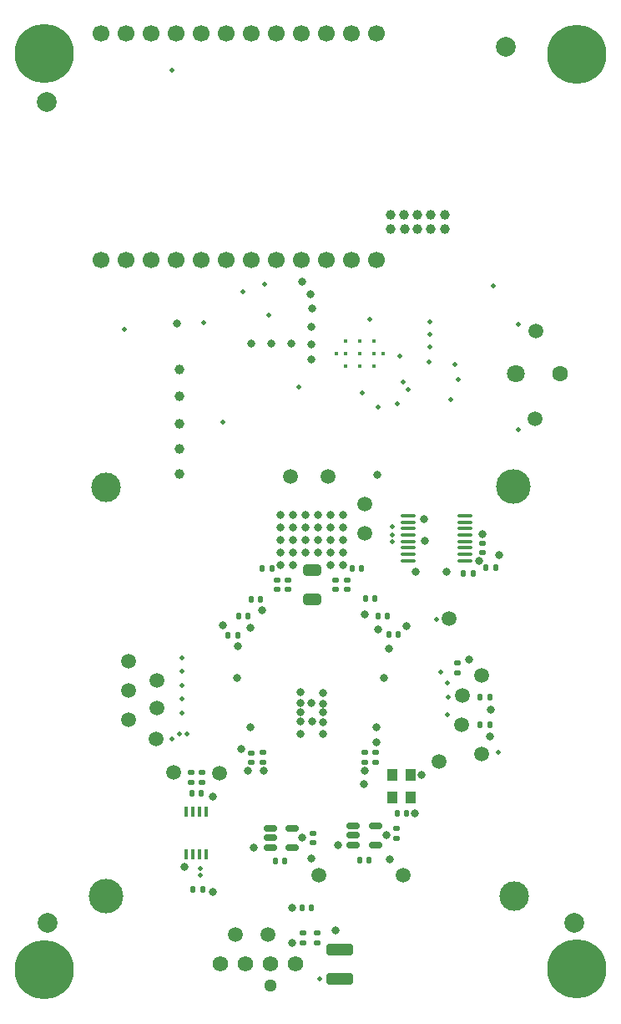
<source format=gts>
G04 #@! TF.GenerationSoftware,KiCad,Pcbnew,8.0.4*
G04 #@! TF.CreationDate,2024-12-27T03:35:07+01:00*
G04 #@! TF.ProjectId,nerdaxe-gamma,6e657264-6178-4652-9d67-616d6d612e6b,rev?*
G04 #@! TF.SameCoordinates,Original*
G04 #@! TF.FileFunction,Soldermask,Top*
G04 #@! TF.FilePolarity,Negative*
%FSLAX46Y46*%
G04 Gerber Fmt 4.6, Leading zero omitted, Abs format (unit mm)*
G04 Created by KiCad (PCBNEW 8.0.4) date 2024-12-27 03:35:07*
%MOMM*%
%LPD*%
G01*
G04 APERTURE LIST*
G04 Aperture macros list*
%AMRoundRect*
0 Rectangle with rounded corners*
0 $1 Rounding radius*
0 $2 $3 $4 $5 $6 $7 $8 $9 X,Y pos of 4 corners*
0 Add a 4 corners polygon primitive as box body*
4,1,4,$2,$3,$4,$5,$6,$7,$8,$9,$2,$3,0*
0 Add four circle primitives for the rounded corners*
1,1,$1+$1,$2,$3*
1,1,$1+$1,$4,$5*
1,1,$1+$1,$6,$7*
1,1,$1+$1,$8,$9*
0 Add four rect primitives between the rounded corners*
20,1,$1+$1,$2,$3,$4,$5,0*
20,1,$1+$1,$4,$5,$6,$7,0*
20,1,$1+$1,$6,$7,$8,$9,0*
20,1,$1+$1,$8,$9,$2,$3,0*%
G04 Aperture macros list end*
%ADD10C,1.500000*%
%ADD11C,1.700000*%
%ADD12RoundRect,0.135000X0.135000X0.185000X-0.135000X0.185000X-0.135000X-0.185000X0.135000X-0.185000X0*%
%ADD13RoundRect,0.250000X-1.100000X0.325000X-1.100000X-0.325000X1.100000X-0.325000X1.100000X0.325000X0*%
%ADD14C,2.000000*%
%ADD15RoundRect,0.140000X0.140000X0.170000X-0.140000X0.170000X-0.140000X-0.170000X0.140000X-0.170000X0*%
%ADD16RoundRect,0.140000X0.170000X-0.140000X0.170000X0.140000X-0.170000X0.140000X-0.170000X-0.140000X0*%
%ADD17RoundRect,0.140000X-0.170000X0.140000X-0.170000X-0.140000X0.170000X-0.140000X0.170000X0.140000X0*%
%ADD18RoundRect,0.135000X-0.185000X0.135000X-0.185000X-0.135000X0.185000X-0.135000X0.185000X0.135000X0*%
%ADD19C,3.000000*%
%ADD20RoundRect,0.150000X-0.512500X-0.150000X0.512500X-0.150000X0.512500X0.150000X-0.512500X0.150000X0*%
%ADD21R,1.100000X1.300000*%
%ADD22RoundRect,0.140000X-0.140000X-0.170000X0.140000X-0.170000X0.140000X0.170000X-0.140000X0.170000X0*%
%ADD23C,0.800000*%
%ADD24C,6.000000*%
%ADD25RoundRect,0.250000X-0.650000X0.325000X-0.650000X-0.325000X0.650000X-0.325000X0.650000X0.325000X0*%
%ADD26RoundRect,0.135000X0.185000X-0.135000X0.185000X0.135000X-0.185000X0.135000X-0.185000X-0.135000X0*%
%ADD27R,0.400000X1.100000*%
%ADD28C,3.500000*%
%ADD29RoundRect,0.100000X-0.637500X-0.100000X0.637500X-0.100000X0.637500X0.100000X-0.637500X0.100000X0*%
%ADD30RoundRect,0.135000X-0.135000X-0.185000X0.135000X-0.185000X0.135000X0.185000X-0.135000X0.185000X0*%
%ADD31C,0.400000*%
%ADD32C,1.295400*%
%ADD33C,1.574800*%
%ADD34C,1.800000*%
%ADD35C,1.600000*%
%ADD36C,0.500000*%
%ADD37C,1.000000*%
G04 APERTURE END LIST*
D10*
X128270000Y-88011000D03*
X128397000Y-79121000D03*
D11*
X84250000Y-49022000D03*
X86790000Y-49022000D03*
X89330000Y-49022000D03*
X91870000Y-49022000D03*
X94410000Y-49022000D03*
X96950000Y-49022000D03*
X99490000Y-49022000D03*
X102030000Y-49022000D03*
X104570000Y-49022000D03*
X107110000Y-49022000D03*
X109650000Y-49022000D03*
X112190000Y-49022000D03*
X112190000Y-71942000D03*
X109650000Y-71942000D03*
X107110000Y-71942000D03*
X104570000Y-71942000D03*
X102030000Y-71942000D03*
X99490000Y-71942000D03*
X96950000Y-71942000D03*
X94410000Y-71942000D03*
X91870000Y-71942000D03*
X89330000Y-71942000D03*
X86790000Y-71942000D03*
X84250000Y-71942000D03*
D12*
X122010000Y-103710000D03*
X120990000Y-103710000D03*
D13*
X108458000Y-141781000D03*
X108458000Y-144731000D03*
D10*
X114860000Y-134280000D03*
D14*
X125270000Y-50310000D03*
X132260000Y-139060000D03*
X78850000Y-139070000D03*
D15*
X101570000Y-103154000D03*
X100610000Y-103154000D03*
D10*
X122860000Y-121970000D03*
X120820000Y-119010000D03*
D16*
X100655438Y-122810000D03*
X100655438Y-121850000D03*
D17*
X108072400Y-104360000D03*
X108072400Y-105320000D03*
D18*
X94520000Y-123850000D03*
X94520000Y-124870000D03*
D15*
X99161000Y-108024000D03*
X98201000Y-108024000D03*
D19*
X84764000Y-94984000D03*
D17*
X102110000Y-104360000D03*
X102110000Y-105320000D03*
D20*
X101392500Y-129520000D03*
X101392500Y-130470000D03*
X101392500Y-131420000D03*
X103667500Y-131420000D03*
X103667500Y-129520000D03*
D10*
X110990000Y-96640000D03*
X101144000Y-140268000D03*
X96280000Y-123890000D03*
X97834000Y-140298000D03*
X87080000Y-118492000D03*
X103505000Y-93853000D03*
D19*
X126130000Y-136350000D03*
D16*
X99525438Y-122820000D03*
X99525438Y-121860000D03*
X112140000Y-122790000D03*
X112140000Y-121830000D03*
D21*
X115680000Y-126370000D03*
X115680000Y-124070000D03*
X113780000Y-124070000D03*
X113780000Y-126370000D03*
D22*
X101940000Y-132840000D03*
X102900000Y-132840000D03*
D23*
X130250000Y-51120990D03*
X130909010Y-49530000D03*
X130909010Y-52711980D03*
X132500000Y-48870990D03*
D24*
X132500000Y-51120990D03*
D23*
X132500000Y-53370990D03*
X134090990Y-49530000D03*
X134090990Y-52711980D03*
X134750000Y-51120990D03*
D10*
X107315000Y-93853000D03*
D15*
X115270000Y-128010000D03*
X114310000Y-128010000D03*
D14*
X78750000Y-55900000D03*
D10*
X110990000Y-99610000D03*
D12*
X123720000Y-118980000D03*
X122700000Y-118980000D03*
D10*
X91650000Y-123880000D03*
D25*
X105670000Y-103375000D03*
X105670000Y-106325000D03*
D10*
X119550000Y-108280000D03*
X118520000Y-122760000D03*
D26*
X106174000Y-141148000D03*
X106174000Y-140128000D03*
D27*
X94870000Y-127840000D03*
X94220000Y-127840000D03*
X93570000Y-127840000D03*
X92920000Y-127840000D03*
X92920000Y-132140000D03*
X93570000Y-132140000D03*
X94220000Y-132140000D03*
X94870000Y-132140000D03*
D10*
X87080000Y-112616000D03*
D20*
X109843500Y-129279000D03*
X109843500Y-130229000D03*
X109843500Y-131179000D03*
X112118500Y-131179000D03*
X112118500Y-129279000D03*
D23*
X130250000Y-143728000D03*
X130909010Y-142137010D03*
X130909010Y-145318990D03*
X132500000Y-141478000D03*
D24*
X132500000Y-143728000D03*
D23*
X132500000Y-145978000D03*
X134090990Y-142137010D03*
X134090990Y-145318990D03*
X134750000Y-143728000D03*
D17*
X122930000Y-100640000D03*
X122930000Y-101600000D03*
X103240000Y-104360000D03*
X103240000Y-105320000D03*
D18*
X120380000Y-112750000D03*
X120380000Y-113770000D03*
D10*
X122860000Y-113980000D03*
X89860000Y-120480000D03*
D23*
X80750000Y-143855000D03*
X80090990Y-145445990D03*
X80090990Y-142264010D03*
X78500000Y-146105000D03*
D24*
X78500000Y-143855000D03*
D23*
X78500000Y-141605000D03*
X76909010Y-145445990D03*
X76909010Y-142264010D03*
X76250000Y-143855000D03*
D17*
X104734000Y-140138000D03*
X104734000Y-141098000D03*
D28*
X84710000Y-136360000D03*
D15*
X98090000Y-109925000D03*
X97130000Y-109925000D03*
X114410000Y-109860000D03*
X113450000Y-109860000D03*
D29*
X115427500Y-97855000D03*
X115427500Y-98505000D03*
X115427500Y-99155000D03*
X115427500Y-99805000D03*
X115427500Y-100455000D03*
X115427500Y-101105000D03*
X115427500Y-101755000D03*
X115427500Y-102405000D03*
X121152500Y-102405000D03*
X121152500Y-101755000D03*
X121152500Y-101105000D03*
X121152500Y-100455000D03*
X121152500Y-99805000D03*
X121152500Y-99155000D03*
X121152500Y-98505000D03*
X121152500Y-97855000D03*
D30*
X93560000Y-135710000D03*
X94580000Y-135710000D03*
D15*
X112010000Y-106266000D03*
X111050000Y-106266000D03*
D26*
X93380000Y-124870000D03*
X93380000Y-123850000D03*
D22*
X110481000Y-132739000D03*
X111441000Y-132739000D03*
D15*
X124270000Y-103110000D03*
X123310000Y-103110000D03*
D16*
X111000000Y-122790000D03*
X111000000Y-121830000D03*
D23*
X76250000Y-51054000D03*
X76909010Y-49463010D03*
X76909010Y-52644990D03*
X78500000Y-48804000D03*
D24*
X78500000Y-51054000D03*
D23*
X78500000Y-53304000D03*
X80090990Y-49463010D03*
X80090990Y-52644990D03*
X80750000Y-51054000D03*
D17*
X109190000Y-104360000D03*
X109190000Y-105320000D03*
D12*
X123720000Y-116220000D03*
X122700000Y-116220000D03*
D15*
X110695000Y-103146000D03*
X109735000Y-103146000D03*
D10*
X106360000Y-134230000D03*
D28*
X126060000Y-94910000D03*
D10*
X120900000Y-116060000D03*
X89890000Y-114520000D03*
D31*
X109090000Y-80137000D03*
X110490000Y-80137000D03*
X111890000Y-80137000D03*
X108090000Y-81417000D03*
X109090000Y-81417000D03*
X110490000Y-81417000D03*
X111890000Y-81417000D03*
X112890000Y-81417000D03*
X109090000Y-82697000D03*
X110490000Y-82697000D03*
X111890000Y-82697000D03*
D15*
X94440000Y-125940000D03*
X93480000Y-125940000D03*
X113310000Y-108026000D03*
X112350000Y-108026000D03*
X105574000Y-137528000D03*
X104614000Y-137528000D03*
D10*
X87080000Y-115554000D03*
X89890000Y-117310000D03*
D17*
X114240000Y-129540000D03*
X114240000Y-130500000D03*
D15*
X100441000Y-106284000D03*
X99481000Y-106284000D03*
D17*
X105750000Y-129990000D03*
X105750000Y-130950000D03*
D32*
X101462400Y-145400852D03*
D33*
X96382400Y-143240851D03*
X98922400Y-143240851D03*
X101462400Y-143240851D03*
X104002400Y-143240851D03*
D34*
X126310000Y-83439000D03*
D35*
X130810000Y-83439000D03*
D36*
X117602000Y-78232000D03*
X117602000Y-79502000D03*
X117602000Y-80772000D03*
X106426000Y-144780000D03*
X91440000Y-52705000D03*
X98679000Y-75184000D03*
X100838000Y-74422000D03*
X86614000Y-78994000D03*
X114935000Y-84328000D03*
X115443000Y-85090000D03*
X96635000Y-88380000D03*
X119761000Y-86106000D03*
X126619000Y-89154000D03*
X126619000Y-78486000D03*
X120523000Y-84074000D03*
X120142000Y-82550000D03*
X124079000Y-74549000D03*
D23*
X105664000Y-76835000D03*
D36*
X117483000Y-82296000D03*
D23*
X105610000Y-116830000D03*
X112180000Y-119260000D03*
X113580000Y-132650000D03*
X98050000Y-114260000D03*
X104490000Y-118700000D03*
D37*
X119126000Y-68802000D03*
D23*
X112180000Y-120800000D03*
X106740000Y-119930000D03*
D37*
X113665000Y-68802000D03*
D23*
X106740000Y-118720000D03*
X104640000Y-130470000D03*
X105540000Y-132550000D03*
D37*
X115005332Y-67405000D03*
D23*
X116770000Y-124080000D03*
X106740000Y-117780000D03*
X104490000Y-117760000D03*
X105630000Y-118700000D03*
D37*
X92202000Y-88519000D03*
D23*
X115260000Y-109040000D03*
X123750000Y-117530000D03*
D37*
X92202000Y-93599000D03*
D23*
X106740000Y-116860000D03*
X105620000Y-82057000D03*
X103604000Y-137538000D03*
X116050000Y-128010000D03*
D37*
X92202000Y-91059000D03*
D23*
X104490000Y-119910000D03*
D37*
X117729000Y-68802000D03*
D23*
X112980000Y-114270000D03*
X105537000Y-75438000D03*
X112280000Y-93737000D03*
X117090000Y-100360000D03*
D37*
X117729000Y-67405000D03*
D23*
X121580000Y-112400000D03*
D37*
X92210000Y-83058000D03*
X113665000Y-67405000D03*
D23*
X122640000Y-102460000D03*
X103604000Y-141088000D03*
X113180000Y-130220000D03*
X119280000Y-103505000D03*
X99370000Y-119240000D03*
D37*
X116372000Y-68805000D03*
X119126000Y-67405000D03*
D23*
X123710000Y-120230000D03*
X96600000Y-108920000D03*
X104490000Y-115746000D03*
X103580000Y-80447000D03*
X105610000Y-80457000D03*
X104648000Y-74168000D03*
X98440000Y-121490000D03*
X92680000Y-133370000D03*
X104490000Y-116840000D03*
X99510000Y-80427000D03*
D37*
X115045332Y-68805000D03*
X92202000Y-85725000D03*
D23*
X106740000Y-115766000D03*
X116990000Y-98200000D03*
D37*
X116332000Y-67405000D03*
D23*
X101500000Y-80427000D03*
X105610000Y-78747000D03*
X107569000Y-99060000D03*
X102489000Y-97790000D03*
X105029000Y-101600000D03*
X102489000Y-100330000D03*
X108839000Y-101600000D03*
X106299000Y-100330000D03*
X106299000Y-99060000D03*
X103759000Y-97790000D03*
X103759000Y-100330000D03*
D36*
X104290000Y-84847000D03*
D23*
X102489000Y-101600000D03*
X103759000Y-102870000D03*
X105029000Y-100330000D03*
X108839000Y-100330000D03*
X102489000Y-99060000D03*
X107569000Y-101600000D03*
X106299000Y-101600000D03*
X107569000Y-102870000D03*
X108839000Y-99060000D03*
X107569000Y-100330000D03*
X105029000Y-97790000D03*
X108839000Y-97790000D03*
X107569000Y-97790000D03*
X103759000Y-101600000D03*
X108839000Y-102870000D03*
X105029000Y-99060000D03*
X102489000Y-102870000D03*
X103759000Y-99060000D03*
X106299000Y-97790000D03*
X108290000Y-131179000D03*
X99710000Y-131420000D03*
X108077000Y-139836400D03*
X91910000Y-78347000D03*
X95550000Y-135970000D03*
X122930000Y-99700000D03*
X95560000Y-126330000D03*
D36*
X94317599Y-134229617D03*
X112380000Y-86807000D03*
X111500000Y-77937000D03*
X101250000Y-77567000D03*
X114300000Y-86487000D03*
X94660000Y-78317000D03*
X94340000Y-133580000D03*
D23*
X100770000Y-123700000D03*
X99180000Y-123710000D03*
D36*
X119430000Y-116250000D03*
X119420000Y-118020000D03*
X124540000Y-121820000D03*
X92180000Y-119960000D03*
X92940000Y-119930000D03*
X114515000Y-81667000D03*
X110740000Y-85377000D03*
D23*
X113470000Y-111290000D03*
X110950000Y-124990000D03*
X124600000Y-101830000D03*
X116205000Y-103505000D03*
X110970000Y-123700000D03*
X112390000Y-109350000D03*
X111030000Y-107870000D03*
X100553800Y-107457400D03*
X99360000Y-109210000D03*
X98140000Y-111060000D03*
D36*
X119420000Y-114790000D03*
X113800000Y-98950000D03*
X113770000Y-99770000D03*
X113830000Y-100500000D03*
X118320000Y-108370000D03*
X118740000Y-113660000D03*
X92480000Y-112210000D03*
X92480000Y-113611428D03*
X92480000Y-115012856D03*
X92480000Y-116414284D03*
X92480000Y-117815712D03*
X91400000Y-120430000D03*
M02*

</source>
